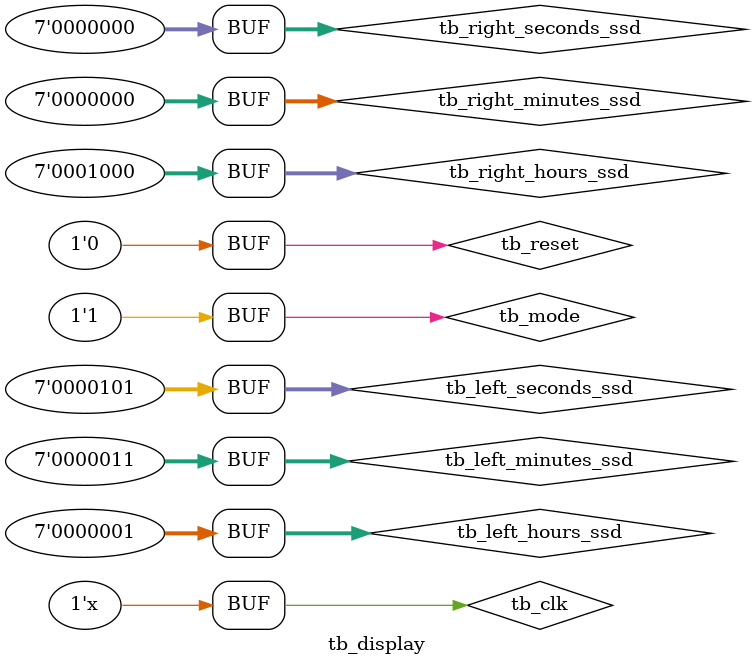
<source format=v>
`timescale 1ns / 1ps
 
module tb_display();
	
 	reg 		tb_clk;  		
	reg 		tb_reset;	
	reg			tb_mode;
	reg  [6:0]	tb_left_seconds_ssd;   
	reg  [6:0]	tb_right_seconds_ssd;
	reg  [6:0]	tb_left_minutes_ssd;
	reg  [6:0]	tb_right_minutes_ssd;
	reg  [6:0]	tb_left_hours_ssd;
	reg  [6:0]	tb_right_hours_ssd;
	wire [3:0]	tb_basys_anode;
	wire [6:0]	tb_display_ssd;
	
	initial 
	begin
		tb_clk   = 1'b0;
		tb_reset = 1'b1;
		tb_mode  = 1'b0;
		
		tb_left_seconds_ssd  = 7'd5;
		tb_right_seconds_ssd = 7'd0;
		
		tb_left_minutes_ssd  = 7'd3;
		tb_right_minutes_ssd = 7'd0;
		
		tb_left_hours_ssd    = 7'd1;
		tb_right_hours_ssd   = 7'd8;
		
		#100 
		tb_reset = 1'b0;
		#500
		tb_mode = 1'b1;
	end
 
	always
	begin
		#5 tb_clk = ~tb_clk; //100 MHz 
	end
  

	display DUT 
	(
		tb_clk,		
		tb_reset,	
		tb_mode,
		tb_left_seconds_ssd,   
		tb_right_seconds_ssd,
		tb_left_minutes_ssd,
		tb_right_minutes_ssd,
		tb_left_hours_ssd,
		tb_right_hours_ssd,
		tb_basys_anode,
		tb_display_ssd
	);
  
  
endmodule
</source>
